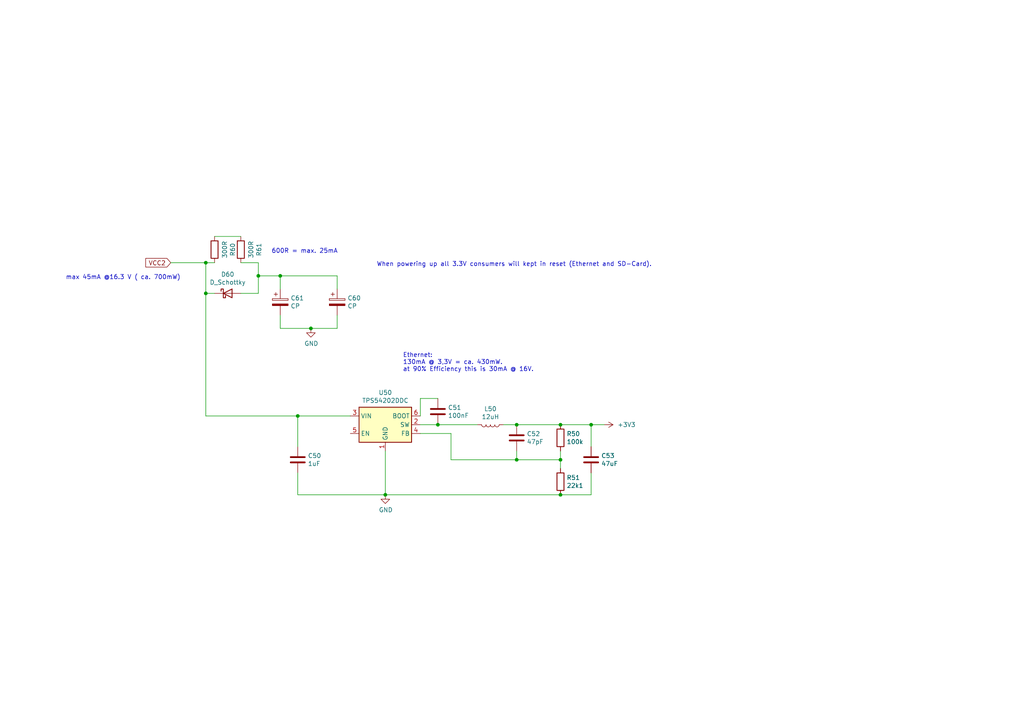
<source format=kicad_sch>
(kicad_sch (version 20231120) (generator "eeschema") (generator_version "8.0")
  (paper "A4")
  (title_block (title "REG1-App-Eth") (date "2023-11-07") (rev "V01.00") (company "OpenKNX"))
  (lib_symbols
    (symbol "Device:C" (pin_numbers hide) (pin_names (offset 0.254))
      (property "Reference" "C" (at 0.635 2.54 0))
      (property "Value" "C" (at 0.635 -2.54 0))
      (symbol "C_0_1"
        (polyline (pts (xy -2.032 -0.762) (xy 2.032 -0.762)) (stroke (width 0.508)))
        (polyline (pts (xy -2.032 0.762) (xy 2.032 0.762)) (stroke (width 0.508)))
      )
      (symbol "C_1_1"
        (pin passive line (at 0 3.81 270) (length 2.794) (name "~") (number "1"))
        (pin passive line (at 0 -3.81 90) (length 2.794) (name "~") (number "2"))
      )
    )
    (symbol "Device:C_Polarized" (pin_numbers hide) (pin_names (offset 0.254))
      (property "Reference" "C" (at 0.635 2.54 0))
      (property "Value" "C_Polarized" (at 0.635 -2.54 0))
      (symbol "C_Polarized_0_1"
        (rectangle (start -2.286 0.508) (end 2.286 1.016))
        (polyline (pts (xy -1.778 2.286) (xy -0.762 2.286)))
        (polyline (pts (xy -1.27 2.794) (xy -1.27 1.778)))
        (rectangle (start 2.286 -0.508) (end -2.286 -1.016) (fill (type outline)))
      )
      (symbol "C_Polarized_1_1"
        (pin passive line (at 0 3.81 270) (length 2.794) (name "~") (number "1"))
        (pin passive line (at 0 -3.81 90) (length 2.794) (name "~") (number "2"))
      )
    )
    (symbol "Device:D_Schottky" (pin_numbers hide) (pin_names (offset 1.016) hide)
      (property "Reference" "D" (at 0 2.54 0))
      (property "Value" "D_Schottky" (at 0 -2.54 0))
      (symbol "D_Schottky_0_1"
        (polyline (pts (xy 1.27 0) (xy -1.27 0)))
        (polyline (pts (xy 1.27 1.27) (xy 1.27 -1.27) (xy -1.27 0) (xy 1.27 1.27)) (stroke (width 0.254)))
        (polyline (pts (xy -1.905 0.635) (xy -1.905 1.27) (xy -1.27 1.27) (xy -1.27 -1.27) (xy -0.635 -1.27) (xy -0.635 -0.635)) (stroke (width 0.254)))
      )
      (symbol "D_Schottky_1_1"
        (pin passive line (at -3.81 0 0) (length 2.54) (name "K") (number "1"))
        (pin passive line (at 3.81 0 180) (length 2.54) (name "A") (number "2"))
      )
    )
    (symbol "Device:L" (pin_numbers hide) (pin_names (offset 1.016) hide)
      (property "Reference" "L" (at -1.27 0 90))
      (property "Value" "L" (at 1.905 0 90))
      (symbol "L_0_1"
        (arc (start 0 -2.54) (mid 0.6323 -1.905) (end 0 -1.27))
        (arc (start 0 -1.27) (mid 0.6323 -0.635) (end 0 0))
        (arc (start 0 0) (mid 0.6323 0.635) (end 0 1.27))
        (arc (start 0 1.27) (mid 0.6323 1.905) (end 0 2.54))
      )
      (symbol "L_1_1"
        (pin passive line (at 0 3.81 270) (length 1.27) (name "1") (number "1"))
        (pin passive line (at 0 -3.81 90) (length 1.27) (name "2") (number "2"))
      )
    )
    (symbol "Device:R" (pin_numbers hide) (pin_names (offset 0))
      (property "Reference" "R" (at 2.032 0 90))
      (property "Value" "R" (at 0 0 90))
      (symbol "R_0_1"
        (rectangle (start -1.016 -2.54) (end 1.016 2.54) (stroke (width 0.254)))
      )
      (symbol "R_1_1"
        (pin passive line (at 0 3.81 270) (length 1.27) (name "~") (number "1"))
        (pin passive line (at 0 -3.81 90) (length 1.27) (name "~") (number "2"))
      )
    )
    (symbol "Regulator_Switching:TPS54202DDC"
      (property "Reference" "U" (at -7.62 6.35 0))
      (property "Value" "TPS54202DDC" (at 0 6.35 0))
      (symbol "TPS54202DDC_0_1"
        (rectangle (start -7.62 5.08) (end 7.62 -5.08) (stroke (width 0.254)) (fill (type background)))
      )
      (symbol "TPS54202DDC_1_1"
        (pin power_in line (at 0 -7.62 90) (length 2.54) (name "GND") (number "1"))
        (pin power_out line (at 10.16 0 180) (length 2.54) (name "SW") (number "2"))
        (pin power_in line (at -10.16 2.54 0) (length 2.54) (name "VIN") (number "3"))
        (pin input line (at 10.16 -2.54 180) (length 2.54) (name "FB") (number "4"))
        (pin input line (at -10.16 -2.54 0) (length 2.54) (name "EN") (number "5"))
        (pin passive line (at 10.16 2.54 180) (length 2.54) (name "BOOT") (number "6"))
      )
    )
    (symbol "power:+3V3" (power) (pin_names (offset 0))
      (property "Value" "+3V3" (at 0 3.556 0))
      (symbol "+3V3_0_1"
        (polyline (pts (xy -0.762 1.27) (xy 0 2.54)))
        (polyline (pts (xy 0 0) (xy 0 2.54)))
        (polyline (pts (xy 0 2.54) (xy 0.762 1.27)))
      )
      (symbol "+3V3_1_1"
        (pin power_in line (at 0 0 90) (length 0) hide (name "+3V3") (number "1"))
      )
    )
    (symbol "power:GND" (power) (pin_names (offset 0))
      (property "Value" "GND" (at 0 -3.81 0))
      (symbol "GND_0_1"
        (polyline (pts (xy 0 0) (xy 0 -1.27) (xy 1.27 -1.27) (xy 0 -2.54) (xy -1.27 -1.27) (xy 0 -1.27)))
      )
      (symbol "GND_1_1"
        (pin power_in line (at 0 0 270) (length 0) hide (name "GND") (number "1"))
      )
    )
  )
  (junction (at 86.36 120.65))
  (junction (at 171.45 123.19))
  (junction (at 59.69 85.09))
  (junction (at 162.56 133.35))
  (junction (at 162.56 143.51))
  (junction (at 81.28 80.01))
  (junction (at 149.86 123.19))
  (junction (at 162.56 123.19))
  (junction (at 111.76 143.51))
  (junction (at 127 123.19))
  (junction (at 74.93 80.01))
  (junction (at 90.17 95.25))
  (junction (at 59.69 76.2))
  (junction (at 149.86 133.35))
  (wire (pts (xy 121.92 120.65) (xy 121.92 115.57)))
  (wire (pts (xy 81.28 95.25) (xy 81.28 91.44)))
  (wire (pts (xy 59.69 120.65) (xy 86.36 120.65)))
  (wire (pts (xy 97.79 80.01) (xy 97.79 83.82)))
  (wire (pts (xy 62.23 68.58) (xy 69.85 68.58)))
  (wire (pts (xy 74.93 76.2) (xy 74.93 80.01)))
  (wire (pts (xy 149.86 133.35) (xy 162.56 133.35)))
  (wire (pts (xy 49.53 76.2) (xy 59.69 76.2)))
  (wire (pts (xy 90.17 95.25) (xy 81.28 95.25)))
  (wire (pts (xy 97.79 91.44) (xy 97.79 95.25)))
  (wire (pts (xy 74.93 80.01) (xy 74.93 85.09)))
  (wire (pts (xy 146.05 123.19) (xy 149.86 123.19)))
  (wire (pts (xy 86.36 137.16) (xy 86.36 143.51)))
  (wire (pts (xy 101.6 120.65) (xy 86.36 120.65)))
  (wire (pts (xy 171.45 123.19) (xy 171.45 129.54)))
  (wire (pts (xy 97.79 95.25) (xy 90.17 95.25)))
  (wire (pts (xy 86.36 143.51) (xy 111.76 143.51)))
  (wire (pts (xy 149.86 130.81) (xy 149.86 133.35)))
  (wire (pts (xy 162.56 123.19) (xy 171.45 123.19)))
  (wire (pts (xy 162.56 133.35) (xy 162.56 135.89)))
  (wire (pts (xy 74.93 85.09) (xy 69.85 85.09)))
  (wire (pts (xy 121.92 123.19) (xy 127 123.19)))
  (wire (pts (xy 59.69 85.09) (xy 59.69 120.65)))
  (wire (pts (xy 162.56 130.81) (xy 162.56 133.35)))
  (wire (pts (xy 162.56 143.51) (xy 111.76 143.51)))
  (wire (pts (xy 121.92 115.57) (xy 127 115.57)))
  (wire (pts (xy 59.69 76.2) (xy 62.23 76.2)))
  (wire (pts (xy 127 123.19) (xy 138.43 123.19)))
  (wire (pts (xy 81.28 80.01) (xy 81.28 83.82)))
  (wire (pts (xy 86.36 120.65) (xy 86.36 129.54)))
  (wire (pts (xy 81.28 80.01) (xy 97.79 80.01)))
  (wire (pts (xy 149.86 123.19) (xy 162.56 123.19)))
  (wire (pts (xy 59.69 76.2) (xy 59.69 85.09)))
  (wire (pts (xy 121.92 125.73) (xy 130.81 125.73)))
  (wire (pts (xy 59.69 85.09) (xy 62.23 85.09)))
  (wire (pts (xy 74.93 80.01) (xy 81.28 80.01)))
  (wire (pts (xy 171.45 137.16) (xy 171.45 143.51)))
  (wire (pts (xy 130.81 133.35) (xy 149.86 133.35)))
  (wire (pts (xy 171.45 143.51) (xy 162.56 143.51)))
  (wire (pts (xy 69.85 76.2) (xy 74.93 76.2)))
  (wire (pts (xy 111.76 143.51) (xy 111.76 130.81)))
  (wire (pts (xy 175.26 123.19) (xy 171.45 123.19)))
  (wire (pts (xy 130.81 125.73) (xy 130.81 133.35)))
  (text "max 45mA @16.3 V ( ca. 700mW)" (at 19.05 81.28 0) (effects (font (size 1.27 1.27)) (justify left bottom)))
  (text "Ethernet:\n130mA @ 3,3V = ca. 430mW.\nat 90% Efficiency this is 30mA @ 16V." (at 116.84 107.95 0) (effects (font (size 1.27 1.27)) (justify left bottom)))
  (text "When powering up all 3.3V consumers will kept in reset (Ethernet and SD-Card)." (at 109.22 77.47 0) (effects (font (size 1.27 1.27)) (justify left bottom)))
  (text "600R = max. 25mA" (at 78.74 73.66 0) (effects (font (size 1.27 1.27)) (justify left bottom)))
  (global_label "VCC2" (shape input) (at 49.53 76.2 180) (property "Intersheetrefs" "${INTERSHEET_REFS}" (effects (hide yes))))
  (symbol (lib_id "Regulator_Switching:TPS54202DDC") (at 111.76 123.19 0) (unit 1)
    (property "Reference" "U50" (at 111.76 113.8682 0))
    (property "Value" "TPS54202DDC" (at 111.76 116.1796 0))
    (property "Footprint" "Package_TO_SOT_SMD:SOT-23-6_Handsoldering" (effects (hide yes)))
    (property "Datasheet" "http://www.ti.com/lit/ds/symlink/tps54202.pdf" (effects (hide yes)))
  )
  (symbol (lib_id "Device:C") (at 86.36 133.35 0) (unit 1)
    (property "Reference" "C50" (at 89.281 132.1816 0) (effects (justify left)))
    (property "Value" "1uF" (at 89.281 134.493 0) (effects (justify left)))
    (property "Footprint" "Capacitor_SMD:C_0805_2012Metric" (effects (hide yes)))
  )
  (symbol (lib_id "Device:C") (at 149.86 127 0) (unit 1)
    (property "Reference" "C52" (at 152.781 125.8316 0) (effects (justify left)))
    (property "Value" "47pF" (at 152.781 128.143 0) (effects (justify left)))
    (property "Footprint" "Capacitor_SMD:C_0603_1608Metric" (effects (hide yes)))
  )
  (symbol (lib_id "Device:L") (at 142.24 123.19 270) (unit 1)
    (property "Reference" "L50" (at 142.24 118.5926 90))
    (property "Value" "12uH" (at 142.24 120.904 90))
    (property "Footprint" "EasyEDAModLib:C96886_IND-SMD_L4.0-W4.0_Handsolder" (effects (hide yes)))
  )
  (symbol (lib_id "Device:C") (at 171.45 133.35 0) (unit 1)
    (property "Reference" "C53" (at 174.371 132.1816 0) (effects (justify left)))
    (property "Value" "47uF" (at 174.371 134.493 0) (effects (justify left)))
    (property "Footprint" "Capacitor_SMD:C_1206_3216Metric" (effects (hide yes)))
  )
  (symbol (lib_id "Device:R") (at 162.56 127 0) (unit 1)
    (property "Reference" "R50" (at 164.338 125.8316 0) (effects (justify left)))
    (property "Value" "100k" (at 164.338 128.143 0) (effects (justify left)))
    (property "Footprint" "Resistor_SMD:R_0603_1608Metric" (effects (hide yes)))
  )
  (symbol (lib_id "Device:R") (at 162.56 139.7 0) (unit 1)
    (property "Reference" "R51" (at 164.338 138.5316 0) (effects (justify left)))
    (property "Value" "22k1" (at 164.338 140.843 0) (effects (justify left)))
    (property "Footprint" "Resistor_SMD:R_0603_1608Metric" (effects (hide yes)))
  )
  (symbol (lib_id "Device:C") (at 127 119.38 0) (unit 1)
    (property "Reference" "C51" (at 129.921 118.2116 0) (effects (justify left)))
    (property "Value" "100nF" (at 129.921 120.523 0) (effects (justify left)))
    (property "Footprint" "Capacitor_SMD:C_0603_1608Metric" (effects (hide yes)))
  )
  (symbol (lib_id "power:GND") (at 111.76 143.51 0) (unit 1)
    (property "Reference" "#PWR050" (effects (hide yes)))
    (property "Value" "GND" (at 111.887 147.9042 0))
  )
  (symbol (lib_id "Device:C_Polarized") (at 81.28 87.63 0) (unit 1)
    (property "Reference" "C61" (at 84.2772 86.4616 0) (effects (justify left)))
    (property "Value" "CP" (at 84.2772 88.773 0) (effects (justify left)))
    (property "Footprint" "DomsKiCADLib:CP_Radial_D10.0mm_H20.0mm_P5.00mm_Horizontal" (effects (hide yes)))
  )
  (symbol (lib_id "Device:C_Polarized") (at 97.79 87.63 0) (unit 1)
    (property "Reference" "C60" (at 100.7872 86.4616 0) (effects (justify left)))
    (property "Value" "CP" (at 100.7872 88.773 0) (effects (justify left)))
    (property "Footprint" "DomsKiCADLib:CP_Radial_D10.0mm_H20.0mm_P5.00mm_Horizontal" (effects (hide yes)))
  )
  (symbol (lib_id "Device:R") (at 69.85 72.39 180) (unit 1)
    (property "Reference" "R61" (at 75.1078 72.39 90))
    (property "Value" "300R" (at 72.7964 72.39 90))
    (property "Footprint" "Resistor_SMD:R_1206_3216Metric" (effects (hide yes)))
  )
  (symbol (lib_id "Device:R") (at 62.23 72.39 180) (unit 1)
    (property "Reference" "R60" (at 67.4878 72.39 90))
    (property "Value" "300R" (at 65.1764 72.39 90))
    (property "Footprint" "Resistor_SMD:R_1206_3216Metric" (effects (hide yes)))
  )
  (symbol (lib_id "Device:D_Schottky") (at 66.04 85.09 0) (unit 1)
    (property "Reference" "D60" (at 66.04 79.5782 0))
    (property "Value" "D_Schottky" (at 66.04 81.8896 0))
    (property "Footprint" "Diode_SMD:D_SOD-323" (effects (hide yes)))
  )
  (symbol (lib_id "power:GND") (at 90.17 95.25 0) (unit 1)
    (property "Reference" "#PWR0131" (effects (hide yes)))
    (property "Value" "GND" (at 90.297 99.6442 0))
  )
  (symbol (lib_id "power:+3V3") (at 175.26 123.19 270) (unit 1)
    (property "Reference" "#PWR06" (effects (hide yes)))
    (property "Value" "+3V3" (at 179.07 123.19 90) (effects (justify left)))
  )
)
</source>
